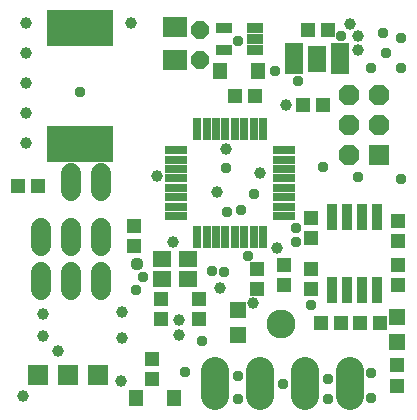
<source format=gbr>
G04 EAGLE Gerber RS-274X export*
G75*
%MOMM*%
%FSLAX34Y34*%
%LPD*%
%INSoldermask Top*%
%IPPOS*%
%AMOC8*
5,1,8,0,0,1.08239X$1,22.5*%
G01*
%ADD10C,2.438400*%
%ADD11R,1.203200X1.303200*%
%ADD12R,0.863600X2.235200*%
%ADD13R,1.303200X1.203200*%
%ADD14C,1.727200*%
%ADD15R,1.423200X0.823200*%
%ADD16R,1.203200X1.403200*%
%ADD17R,2.006200X1.803200*%
%ADD18R,1.803400X1.803400*%
%ADD19C,2.336800*%
%ADD20R,1.981200X0.762000*%
%ADD21R,0.762000X1.981200*%
%ADD22R,1.403200X1.403200*%
%ADD23R,1.727200X1.727200*%
%ADD24P,1.869504X8X112.500000*%
%ADD25R,1.603200X1.403200*%
%ADD26R,5.603200X3.103200*%
%ADD27R,1.553200X2.203200*%
%ADD28R,1.553200X0.653200*%
%ADD29P,1.649562X8X292.500000*%
%ADD30C,1.109600*%
%ADD31C,0.990600*%
%ADD32C,0.959600*%


D10*
X254000Y113030D03*
D11*
X353060Y163440D03*
X353060Y146440D03*
X353060Y183270D03*
X353060Y200270D03*
D12*
X335280Y203454D03*
X335280Y141986D03*
X322580Y203454D03*
X309880Y203454D03*
X322580Y141986D03*
X309880Y141986D03*
X297180Y203454D03*
X297180Y141986D03*
D11*
X337430Y114300D03*
X320430Y114300D03*
D13*
X256540Y163440D03*
X256540Y146440D03*
X279400Y159630D03*
X279400Y142630D03*
X279400Y185810D03*
X279400Y202810D03*
D11*
X287410Y114300D03*
X304410Y114300D03*
D14*
X50800Y179070D02*
X50800Y194310D01*
X76200Y194310D02*
X76200Y179070D01*
X101600Y179070D02*
X101600Y194310D01*
X50800Y157480D02*
X50800Y142240D01*
X76200Y142240D02*
X76200Y157480D01*
X101600Y157480D02*
X101600Y142240D01*
D15*
X231440Y344830D03*
X231440Y354330D03*
X231440Y363830D03*
X205440Y363830D03*
X205440Y344830D03*
D13*
X215020Y306070D03*
X232020Y306070D03*
D14*
X101600Y241300D02*
X101600Y226060D01*
X76200Y226060D02*
X76200Y241300D01*
D16*
X202240Y327660D03*
X234640Y327660D03*
D17*
X163830Y364740D03*
X163830Y336300D03*
D13*
X30870Y229870D03*
X47870Y229870D03*
D18*
X48260Y69850D03*
X73660Y69850D03*
X99060Y69850D03*
D11*
X144780Y66430D03*
X144780Y83430D03*
X293742Y362204D03*
X276742Y362204D03*
D19*
X236220Y73406D02*
X236220Y52070D01*
X274320Y52070D02*
X274320Y73406D01*
X198120Y73406D02*
X198120Y52070D01*
X312420Y52070D02*
X312420Y73406D01*
D16*
X131120Y50800D03*
X163520Y50800D03*
D20*
X165354Y260410D03*
X165354Y252410D03*
X165354Y244410D03*
X165354Y236410D03*
X165354Y228410D03*
X165354Y220410D03*
X165354Y212410D03*
X165354Y204410D03*
D21*
X182820Y186944D03*
X190820Y186944D03*
X198820Y186944D03*
X206820Y186944D03*
X214820Y186944D03*
X222820Y186944D03*
X230820Y186944D03*
X238820Y186944D03*
D20*
X256286Y204410D03*
X256286Y212410D03*
X256286Y220410D03*
X256286Y228410D03*
X256286Y236410D03*
X256286Y244410D03*
X256286Y252410D03*
X256286Y260410D03*
D21*
X238820Y277876D03*
X230820Y277876D03*
X222820Y277876D03*
X214820Y277876D03*
X206820Y277876D03*
X198820Y277876D03*
X190820Y277876D03*
X182820Y277876D03*
D11*
X184150Y134230D03*
X184150Y117230D03*
X152400Y134230D03*
X152400Y117230D03*
D22*
X352044Y97704D03*
X352044Y118704D03*
D13*
X352298Y61096D03*
X352298Y78096D03*
D22*
X217170Y103800D03*
X217170Y124800D03*
D13*
X233680Y142630D03*
X233680Y159630D03*
D11*
X289170Y298450D03*
X272170Y298450D03*
D23*
X336550Y256540D03*
D24*
X311150Y256540D03*
X336550Y281940D03*
X311150Y281940D03*
X336550Y307340D03*
X311150Y307340D03*
D25*
X174830Y168520D03*
X174830Y151520D03*
X152830Y168520D03*
X152830Y151520D03*
D11*
X129540Y196206D03*
X129540Y179206D03*
D26*
X83820Y265460D03*
X83820Y363960D03*
D27*
X284480Y337820D03*
D28*
X264730Y341070D03*
X264730Y347570D03*
X264730Y334570D03*
X264730Y328070D03*
X304230Y341070D03*
X304230Y347570D03*
X304230Y334570D03*
X304230Y328070D03*
D29*
X185166Y362458D03*
X185166Y337058D03*
D30*
X131826Y164338D03*
D31*
X35560Y52070D03*
X250190Y177800D03*
X148590Y238760D03*
X201930Y143510D03*
X118110Y64770D03*
X52070Y102870D03*
X162814Y182626D03*
X119380Y101600D03*
X119380Y123190D03*
X236220Y241300D03*
D32*
X266700Y194310D03*
X318770Y237490D03*
D31*
X64770Y90170D03*
X52070Y121920D03*
X167894Y103886D03*
X167894Y116586D03*
D32*
X279654Y129540D03*
D31*
X229870Y130810D03*
X38100Y266700D03*
X38100Y292100D03*
X38100Y317500D03*
X38100Y342900D03*
X127000Y368300D03*
X38100Y368300D03*
X318770Y345440D03*
X318770Y356870D03*
X312420Y367030D03*
D32*
X330200Y330200D03*
X355600Y330200D03*
X342900Y342900D03*
X340614Y359156D03*
X355600Y355600D03*
X217678Y353060D03*
X293370Y49530D03*
X293624Y66802D03*
X255270Y62230D03*
X217678Y68834D03*
X217170Y49530D03*
X330200Y71882D03*
X330200Y50800D03*
X186690Y99060D03*
X172974Y72898D03*
X130810Y142240D03*
X205740Y157480D03*
X248920Y327660D03*
X83820Y309880D03*
X195128Y158433D03*
X137160Y152852D03*
X267970Y318742D03*
X304800Y356870D03*
D31*
X199390Y224790D03*
D32*
X207010Y245110D03*
D31*
X207010Y261620D03*
X257810Y298450D03*
D32*
X208280Y208280D03*
X219689Y210030D03*
X289560Y246380D03*
X231140Y223520D03*
X355600Y236220D03*
X225580Y170787D03*
X266700Y182880D03*
M02*

</source>
